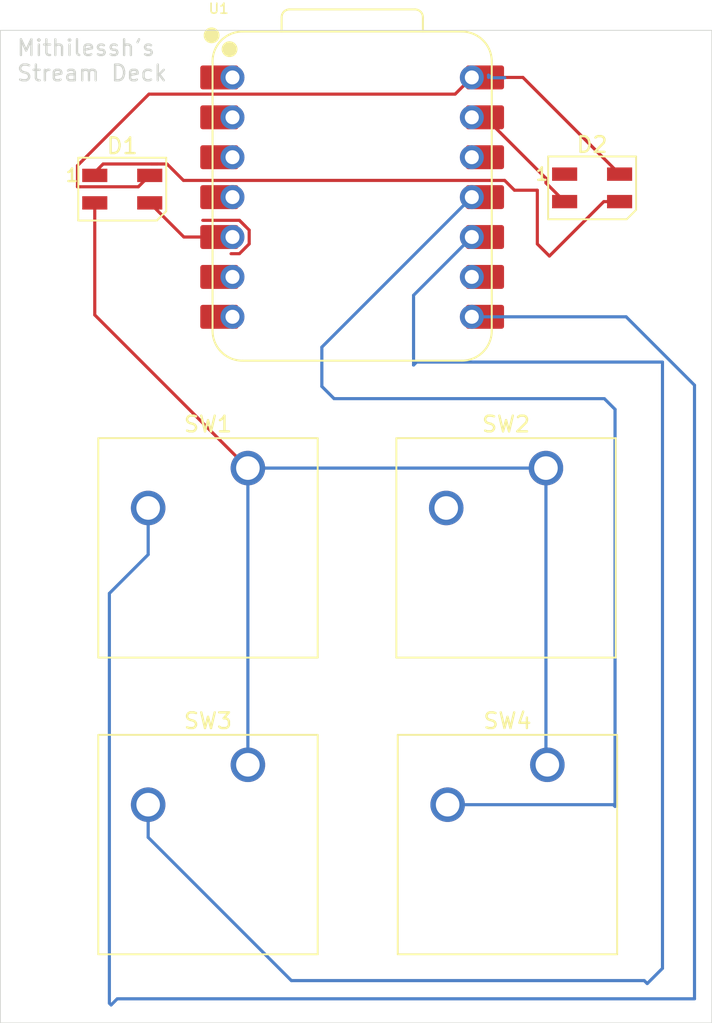
<source format=kicad_pcb>
(kicad_pcb (version 20241229) (generator "pcbnew") (generator_version "9.0")
  (layers (0 "F.Cu" signal) (2 "B.Cu" signal) (13 "F.Paste" user) (15 "B.Paste" user) (5 "F.SilkS" user "F.Silkscreen") (7 "B.SilkS" user "B.Silkscreen") (1 "F.Mask" user) (3 "B.Mask" user) (25 "Edge.Cuts" user))
  (net 0 "")
  (net 1 "Net-(D1-DIN)")
  (net 2 "GND")
  (net 3 "+5V")
  (net 4 "Net-(D1-DOUT)")
  (net 5 "unconnected-(D2-DOUT-Pad1)")
  (net 6 "Net-(U1-GPIO1{slash}RX)")
  (net 7 "Net-(U1-GPIO2{slash}SCK)")
  (net 8 "Net-(U1-GPIO4{slash}MISO)")
  (net 9 "Net-(U1-GPIO3{slash}MOSI)")
  (footprint "LED_SMD:LED_SK6812MINI_PLCC4_3.5x3.5mm_P1.75mm" (layer "F.Cu") (at 181.05 96.1)
    (property "Reference" "D2" (at 0 -2.75 0) (layer "F.SilkS"))
    (property "Value" "SK6812MINI")
    (fp_line (start -2.8 -2) (end -2.8 2) (stroke (width 0.12)) (layer "F.SilkS"))
    (fp_line (start -2.8 -2) (end 2.8 -2) (stroke (width 0.12)) (layer "F.SilkS"))
    (fp_line (start -2.8 2) (end 2.2 2) (stroke (width 0.12)) (layer "F.SilkS"))
    (fp_line (start 2.8 1.4) (end 2.2 2) (stroke (width 0.12)) (layer "F.SilkS"))
    (fp_line (start 2.8 1.4) (end 2.8 -2) (stroke (width 0.12)) (layer "F.SilkS"))
    (fp_text user "1" (at -3.2 -0.875 0) (layer "F.SilkS") (effects (font (size 0.8 0.8))))
    (pad "1" smd rect (at -1.75 -0.875) (size 1.6 0.85) (layers "F.Cu" "F.Mask" "F.Paste") (net 5 "unconnected-(D2-DOUT-Pad1)"))
    (pad "2" smd rect (at -1.75 0.875) (size 1.6 0.85) (layers "F.Cu" "F.Mask" "F.Paste") (net 2 "GND"))
    (pad "3" smd rect (at 1.75 0.875) (size 1.6 0.85) (layers "F.Cu" "F.Mask" "F.Paste") (net 4 "Net-(D1-DOUT)"))
    (pad "4" smd rect (at 1.75 -0.875) (size 1.6 0.85) (layers "F.Cu" "F.Mask" "F.Paste") (net 3 "+5V"))
  )
  (footprint "Button_Switch_Keyboard:SW_Cherry_MX_1.00u_PCB" (layer "F.Cu") (at 159.13 132.83)
    (property "Reference" "SW3" (at -2.54 -2.794 0) (layer "F.SilkS"))
    (property "Value" "SW_Push")
    (fp_line (start -9.525 -1.905) (end 4.445 -1.905) (stroke (width 0.12)) (layer "F.SilkS"))
    (fp_line (start -9.525 12.065) (end -9.525 -1.905) (stroke (width 0.12)) (layer "F.SilkS"))
    (fp_line (start 4.445 -1.905) (end 4.445 12.065) (stroke (width 0.12)) (layer "F.SilkS"))
    (fp_line (start 4.445 12.065) (end -9.525 12.065) (stroke (width 0.12)) (layer "F.SilkS"))
    (pad "" np_thru_hole circle (at -7.62 5.08) (size 1.7 1.7) (drill 1.7) (layers "*.Cu" "*.Mask"))
    (pad "" np_thru_hole circle (at -2.54 5.08) (size 4 4) (drill 4) (layers "*.Cu" "*.Mask"))
    (pad "" np_thru_hole circle (at 2.54 5.08) (size 1.7 1.7) (drill 1.7) (layers "*.Cu" "*.Mask"))
    (pad "1" thru_hole circle (at 0 0) (size 2.2 2.2) (drill 1.5) (layers "*.Cu" "*.Mask") (net 2 "GND"))
    (pad "2" thru_hole circle (at -6.35 2.54) (size 2.2 2.2) (drill 1.5) (layers "*.Cu" "*.Mask") (net 8 "Net-(U1-GPIO4{slash}MISO)"))
  )
  (footprint "Button_Switch_Keyboard:SW_Cherry_MX_1.00u_PCB" (layer "F.Cu") (at 178.2 132.83)
    (property "Reference" "SW4" (at -2.54 -2.794 0) (layer "F.SilkS"))
    (property "Value" "SW_Push")
    (fp_line (start -9.525 -1.905) (end 4.445 -1.905) (stroke (width 0.12)) (layer "F.SilkS"))
    (fp_line (start -9.525 12.065) (end -9.525 -1.905) (stroke (width 0.12)) (layer "F.SilkS"))
    (fp_line (start 4.445 -1.905) (end 4.445 12.065) (stroke (width 0.12)) (layer "F.SilkS"))
    (fp_line (start 4.445 12.065) (end -9.525 12.065) (stroke (width 0.12)) (layer "F.SilkS"))
    (pad "" np_thru_hole circle (at -7.62 5.08) (size 1.7 1.7) (drill 1.7) (layers "*.Cu" "*.Mask"))
    (pad "" np_thru_hole circle (at -2.54 5.08) (size 4 4) (drill 4) (layers "*.Cu" "*.Mask"))
    (pad "" np_thru_hole circle (at 2.54 5.08) (size 1.7 1.7) (drill 1.7) (layers "*.Cu" "*.Mask"))
    (pad "1" thru_hole circle (at 0 0) (size 2.2 2.2) (drill 1.5) (layers "*.Cu" "*.Mask") (net 2 "GND"))
    (pad "2" thru_hole circle (at -6.35 2.54) (size 2.2 2.2) (drill 1.5) (layers "*.Cu" "*.Mask") (net 9 "Net-(U1-GPIO3{slash}MOSI)"))
  )
  (footprint "LED_SMD:LED_SK6812MINI_PLCC4_3.5x3.5mm_P1.75mm" (layer "F.Cu") (at 151.13 96.18)
    (property "Reference" "D1" (at 0 -2.75 0) (layer "F.SilkS"))
    (property "Value" "SK6812MINI")
    (fp_line (start -2.8 -2) (end -2.8 2) (stroke (width 0.12)) (layer "F.SilkS"))
    (fp_line (start -2.8 -2) (end 2.8 -2) (stroke (width 0.12)) (layer "F.SilkS"))
    (fp_line (start -2.8 2) (end 2.2 2) (stroke (width 0.12)) (layer "F.SilkS"))
    (fp_line (start 2.8 1.4) (end 2.2 2) (stroke (width 0.12)) (layer "F.SilkS"))
    (fp_line (start 2.8 1.4) (end 2.8 -2) (stroke (width 0.12)) (layer "F.SilkS"))
    (fp_text user "1" (at -3.2 -0.875 0) (layer "F.SilkS") (effects (font (size 0.8 0.8))))
    (pad "1" smd rect (at -1.75 -0.875) (size 1.6 0.85) (layers "F.Cu" "F.Mask" "F.Paste") (net 4 "Net-(D1-DOUT)"))
    (pad "2" smd rect (at -1.75 0.875) (size 1.6 0.85) (layers "F.Cu" "F.Mask" "F.Paste") (net 2 "GND"))
    (pad "3" smd rect (at 1.75 0.875) (size 1.6 0.85) (layers "F.Cu" "F.Mask" "F.Paste") (net 1 "Net-(D1-DIN)"))
    (pad "4" smd rect (at 1.75 -0.875) (size 1.6 0.85) (layers "F.Cu" "F.Mask" "F.Paste") (net 3 "+5V"))
  )
  (footprint "Button_Switch_Keyboard:SW_Cherry_MX_1.00u_PCB" (layer "F.Cu") (at 159.13 113.94)
    (property "Reference" "SW1" (at -2.54 -2.794 0) (layer "F.SilkS"))
    (property "Value" "SW_Push")
    (fp_line (start -9.525 -1.905) (end 4.445 -1.905) (stroke (width 0.12)) (layer "F.SilkS"))
    (fp_line (start -9.525 12.065) (end -9.525 -1.905) (stroke (width 0.12)) (layer "F.SilkS"))
    (fp_line (start 4.445 -1.905) (end 4.445 12.065) (stroke (width 0.12)) (layer "F.SilkS"))
    (fp_line (start 4.445 12.065) (end -9.525 12.065) (stroke (width 0.12)) (layer "F.SilkS"))
    (pad "" np_thru_hole circle (at -7.62 5.08) (size 1.7 1.7) (drill 1.7) (layers "*.Cu" "*.Mask"))
    (pad "" np_thru_hole circle (at -2.54 5.08) (size 4 4) (drill 4) (layers "*.Cu" "*.Mask"))
    (pad "" np_thru_hole circle (at 2.54 5.08) (size 1.7 1.7) (drill 1.7) (layers "*.Cu" "*.Mask"))
    (pad "1" thru_hole circle (at 0 0) (size 2.2 2.2) (drill 1.5) (layers "*.Cu" "*.Mask") (net 2 "GND"))
    (pad "2" thru_hole circle (at -6.35 2.54) (size 2.2 2.2) (drill 1.5) (layers "*.Cu" "*.Mask") (net 6 "Net-(U1-GPIO1{slash}RX)"))
  )
  (footprint "Button_Switch_Keyboard:SW_Cherry_MX_1.00u_PCB" (layer "F.Cu") (at 178.11 113.94)
    (property "Reference" "SW2" (at -2.54 -2.794 0) (layer "F.SilkS"))
    (property "Value" "SW_Push")
    (fp_line (start -9.525 -1.905) (end 4.445 -1.905) (stroke (width 0.12)) (layer "F.SilkS"))
    (fp_line (start -9.525 12.065) (end -9.525 -1.905) (stroke (width 0.12)) (layer "F.SilkS"))
    (fp_line (start 4.445 -1.905) (end 4.445 12.065) (stroke (width 0.12)) (layer "F.SilkS"))
    (fp_line (start 4.445 12.065) (end -9.525 12.065) (stroke (width 0.12)) (layer "F.SilkS"))
    (pad "" np_thru_hole circle (at -7.62 5.08) (size 1.7 1.7) (drill 1.7) (layers "*.Cu" "*.Mask"))
    (pad "" np_thru_hole circle (at -2.54 5.08) (size 4 4) (drill 4) (layers "*.Cu" "*.Mask"))
    (pad "" np_thru_hole circle (at 2.54 5.08) (size 1.7 1.7) (drill 1.7) (layers "*.Cu" "*.Mask"))
    (pad "1" thru_hole circle (at 0 0) (size 2.2 2.2) (drill 1.5) (layers "*.Cu" "*.Mask") (net 2 "GND"))
    (pad "2" thru_hole circle (at -6.35 2.54) (size 2.2 2.2) (drill 1.5) (layers "*.Cu" "*.Mask") (net 7 "Net-(U1-GPIO2{slash}SCK)"))
  )
  (footprint "Seeed Studio XIAO Series Library:XIAO-RP2040-DIP" (layer "F.Cu") (at 165.77 96.6885)
    (property "Reference" "U1" (at -8.5 -12 0) (layer "F.SilkS") (effects (font (size 0.635 0.635) (thickness 0.1016))))
    (property "Value" "XIAO-RP2040-DIP")
    (fp_line (start -8.89 8.509) (end -8.89 -8.636) (stroke (width 0.127)) (layer "F.SilkS"))
    (fp_line (start -6.985 10.414) (end 6.985 10.414) (stroke (width 0.127)) (layer "F.SilkS"))
    (fp_line (start -4.495 -10.541) (end -4.491272 -11.451272) (stroke (width 0.127)) (layer "F.SilkS"))
    (fp_line (start -3.991272 -11.951) (end 4.004 -11.951) (stroke (width 0.127)) (layer "F.SilkS"))
    (fp_line (start 4.504 -11.451) (end 4.504 -10.541) (stroke (width 0.127)) (layer "F.SilkS"))
    (fp_line (start 6.985 -10.541) (end -6.985 -10.541) (stroke (width 0.1)) (layer "F.SilkS"))
    (fp_line (start 6.985 -10.541) (end -6.985 -10.541) (stroke (width 0.127)) (layer "F.SilkS"))
    (fp_line (start 8.89 8.509) (end 8.89 -8.636) (stroke (width 0.127)) (layer "F.SilkS"))
    (fp_arc (start -8.89 -8.636) (mid -8.332038 -9.983038) (end -6.985 -10.541) (stroke (width 0.127)) (layer "F.SilkS"))
    (fp_arc (start -6.985 10.414) (mid -8.332038 9.856038) (end -8.89 8.509) (stroke (width 0.127)) (layer "F.SilkS"))
    (fp_arc (start -4.491272 -11.451272) (mid -4.344728 -11.80464) (end -3.991272 -11.951) (stroke (width 0.127)) (layer "F.SilkS"))
    (fp_arc (start 4.004 -11.951) (mid 4.357553 -11.804553) (end 4.504 -11.451) (stroke (width 0.127)) (layer "F.SilkS"))
    (fp_arc (start 6.985 -10.541) (mid 8.332038 -9.983038) (end 8.89 -8.636) (stroke (width 0.127)) (layer "F.SilkS"))
    (fp_arc (start 8.89 8.509) (mid 8.332038 9.856038) (end 6.985 10.414) (stroke (width 0.127)) (layer "F.SilkS"))
    (fp_circle (center -8.95 -10.3) (end -8.95 -10.554) (stroke (width 0.5)) (fill yes) (layer "F.SilkS"))
    (fp_circle (center -7.807 -9.42) (end -7.807 -9.674) (stroke (width 0.5)) (fill yes) (layer "F.SilkS"))
    (pad "1" smd roundrect (at -8.455 -7.62 180) (size 2.432 1.524) (layers "F.Cu" "F.Mask") (roundrect_rratio 0.1))
    (pad "1" thru_hole circle (at -7.62 -7.62 180) (size 1.524 1.524) (drill 0.889) (layers "*.Cu" "*.Mask"))
    (pad "2" smd roundrect (at -8.455 -5.08 180) (size 2.432 1.524) (layers "F.Cu" "F.Mask") (roundrect_rratio 0.1))
    (pad "2" thru_hole circle (at -7.62 -5.08 180) (size 1.524 1.524) (drill 0.889) (layers "*.Cu" "*.Mask"))
    (pad "3" smd roundrect (at -8.455 -2.54 180) (size 2.432 1.524) (layers "F.Cu" "F.Mask") (roundrect_rratio 0.1))
    (pad "3" thru_hole circle (at -7.62 -2.54 180) (size 1.524 1.524) (drill 0.889) (layers "*.Cu" "*.Mask"))
    (pad "4" smd roundrect (at -8.455 0 180) (size 2.432 1.524) (layers "F.Cu" "F.Mask") (roundrect_rratio 0.1))
    (pad "4" thru_hole circle (at -7.62 0 180) (size 1.524 1.524) (drill 0.889) (layers "*.Cu" "*.Mask"))
    (pad "5" smd roundrect (at -8.455 2.54 180) (size 2.432 1.524) (layers "F.Cu" "F.Mask") (roundrect_rratio 0.1) (net 1 "Net-(D1-DIN)"))
    (pad "5" thru_hole circle (at -7.62 2.54 180) (size 1.524 1.524) (drill 0.889) (layers "*.Cu" "*.Mask") (net 1 "Net-(D1-DIN)"))
    (pad "6" smd roundrect (at -8.455 5.08 180) (size 2.432 1.524) (layers "F.Cu" "F.Mask") (roundrect_rratio 0.1))
    (pad "6" thru_hole circle (at -7.62 5.08 180) (size 1.524 1.524) (drill 0.889) (layers "*.Cu" "*.Mask"))
    (pad "7" smd roundrect (at -8.455 7.62 180) (size 2.432 1.524) (layers "F.Cu" "F.Mask") (roundrect_rratio 0.1))
    (pad "7" thru_hole circle (at -7.62 7.62 180) (size 1.524 1.524) (drill 0.889) (layers "*.Cu" "*.Mask"))
    (pad "8" thru_hole circle (at 7.62 7.62) (size 1.524 1.524) (drill 0.889) (layers "*.Cu" "*.Mask") (net 6 "Net-(U1-GPIO1{slash}RX)"))
    (pad "8" smd roundrect (at 8.455 7.62) (size 2.432 1.524) (layers "F.Cu" "F.Mask") (roundrect_rratio 0.1) (net 6 "Net-(U1-GPIO1{slash}RX)"))
    (pad "9" thru_hole circle (at 7.62 5.08) (size 1.524 1.524) (drill 0.889) (layers "*.Cu" "*.Mask") (net 7 "Net-(U1-GPIO2{slash}SCK)"))
    (pad "9" smd roundrect (at 8.455 5.08) (size 2.432 1.524) (layers "F.Cu" "F.Mask") (roundrect_rratio 0.1) (net 7 "Net-(U1-GPIO2{slash}SCK)"))
    (pad "10" thru_hole circle (at 7.62 2.54) (size 1.524 1.524) (drill 0.889) (layers "*.Cu" "*.Mask") (net 8 "Net-(U1-GPIO4{slash}MISO)"))
    (pad "10" smd roundrect (at 8.455 2.54) (size 2.432 1.524) (layers "F.Cu" "F.Mask") (roundrect_rratio 0.1) (net 8 "Net-(U1-GPIO4{slash}MISO)"))
    (pad "11" thru_hole circle (at 7.62 0) (size 1.524 1.524) (drill 0.889) (layers "*.Cu" "*.Mask") (net 9 "Net-(U1-GPIO3{slash}MOSI)"))
    (pad "11" smd roundrect (at 8.455 0) (size 2.432 1.524) (layers "F.Cu" "F.Mask") (roundrect_rratio 0.1) (net 9 "Net-(U1-GPIO3{slash}MOSI)"))
    (pad "12" thru_hole circle (at 7.62 -2.54) (size 1.524 1.524) (drill 0.889) (layers "*.Cu" "*.Mask"))
    (pad "12" smd roundrect (at 8.455 -2.54) (size 2.432 1.524) (layers "F.Cu" "F.Mask") (roundrect_rratio 0.1))
    (pad "13" thru_hole circle (at 7.62 -5.08) (size 1.524 1.524) (drill 0.889) (layers "*.Cu" "*.Mask") (net 2 "GND"))
    (pad "13" smd roundrect (at 8.455 -5.08) (size 2.432 1.524) (layers "F.Cu" "F.Mask") (roundrect_rratio 0.1) (net 2 "GND"))
    (pad "14" thru_hole circle (at 7.62 -7.62) (size 1.524 1.524) (drill 0.889) (layers "*.Cu" "*.Mask") (net 3 "+5V"))
    (pad "14" smd roundrect (at 8.455 -7.62) (size 2.432 1.524) (layers "F.Cu" "F.Mask") (roundrect_rratio 0.1) (net 3 "+5V"))
  )
  (gr_rect (start 143.37 86.07) (end 188.67 149.26) (stroke (width 0.05)) (fill no) (layer "Edge.Cuts"))
  (gr_text "Mithilessh's\nStream Deck" (at 144.34 89.38 0) (layer "Edge.Cuts") (effects (font (size 1 1)) (justify left bottom)))
  (segment (start 174.62 89.09) (end 174.453 88.923) (width 0.2) (layer "B.Cu") (net 0))
  (segment (start 175.49 89.09) (end 174.62 89.09) (width 0.2) (layer "B.Cu") (net 0))
  (segment (start 174.453 88.923) (end 174.453 89.0685) (width 0.2) (layer "B.Cu") (net 0))
  (segment (start 152.88 97.055) (end 155.0535 99.2285) (width 0.2) (layer "F.Cu") (net 1))
  (segment (start 155.0535 99.2285) (end 158.15 99.2285) (width 0.2) (layer "F.Cu") (net 1))
  (segment (start 179.3 96.975) (end 178.11 95.785) (width 0.2) (layer "F.Cu") (net 2))
  (segment (start 178.11 95.785) (end 178.11 95.4935) (width 0.2) (layer "F.Cu") (net 2))
  (segment (start 178.11 95.4935) (end 174.225 91.6085) (width 0.2) (layer "F.Cu") (net 2))
  (segment (start 149.38 104.19) (end 159.13 113.94) (width 0.2) (layer "F.Cu") (net 2))
  (segment (start 149.38 97.055) (end 149.38 104.19) (width 0.2) (layer "F.Cu") (net 2))
  (segment (start 178.11 113.94) (end 178.11 132.74) (width 0.2) (layer "B.Cu") (net 2))
  (segment (start 178.11 132.74) (end 178.2 132.83) (width 0.2) (layer "B.Cu") (net 2))
  (segment (start 159.13 113.94) (end 178.11 113.94) (width 0.2) (layer "B.Cu") (net 2))
  (segment (start 159.13 113.94) (end 159.13 132.83) (width 0.2) (layer "B.Cu") (net 2))
  (segment (start 152.88 95.305) (end 152.154 96.031) (width 0.2) (layer "F.Cu") (net 3))
  (segment (start 152.8285 90.1315) (end 172.327 90.1315) (width 0.2) (layer "F.Cu") (net 3))
  (segment (start 172.327 90.1315) (end 173.39 89.0685) (width 0.2) (layer "F.Cu") (net 3))
  (segment (start 148.279 96.031) (end 148.279 94.681) (width 0.2) (layer "F.Cu") (net 3))
  (segment (start 182.8 95.225) (end 176.6435 89.0685) (width 0.2) (layer "F.Cu") (net 3))
  (segment (start 176.6435 89.0685) (end 173.39 89.0685) (width 0.2) (layer "F.Cu") (net 3))
  (segment (start 152.154 96.031) (end 148.279 96.031) (width 0.2) (layer "F.Cu") (net 3))
  (segment (start 148.279 94.681) (end 152.8285 90.1315) (width 0.2) (layer "F.Cu") (net 3))
  (segment (start 177.56 99.67) (end 178.33 100.44) (width 0.2) (layer "F.Cu") (net 4))
  (segment (start 149.275 95.305) (end 149.23 95.26) (width 0.2) (layer "F.Cu") (net 4))
  (segment (start 177.56 96.249) (end 177.56 99.67) (width 0.2) (layer "F.Cu") (net 4))
  (segment (start 149.38 95.305) (end 149.275 95.305) (width 0.2) (layer "F.Cu") (net 4))
  (segment (start 178.33 100.44) (end 181.795 96.975) (width 0.2) (layer "F.Cu") (net 4))
  (segment (start 181.795 96.975) (end 182.8 96.975) (width 0.2) (layer "F.Cu") (net 4))
  (segment (start 149.911 94.579) (end 153.38 94.579) (width 0.2) (layer "F.Cu") (net 4))
  (segment (start 153.38 94.579) (end 153.981 94.579) (width 0.2) (layer "F.Cu") (net 4))
  (segment (start 149.23 95.26) (end 149.911 94.579) (width 0.2) (layer "F.Cu") (net 4))
  (segment (start 176.104126 96.249) (end 177.56 96.249) (width 0.2) (layer "F.Cu") (net 4))
  (segment (start 155.0275 95.6255) (end 175.480626 95.6255) (width 0.2) (layer "F.Cu") (net 4))
  (segment (start 153.981 94.579) (end 155.0275 95.6255) (width 0.2) (layer "F.Cu") (net 4))
  (segment (start 175.480626 95.6255) (end 176.104126 96.249) (width 0.2) (layer "F.Cu") (net 4))
  (segment (start 153.38 94.579) (end 152.95 94.579) (width 0.2) (layer "F.Cu") (net 4))
  (segment (start 158.59031 100.2915) (end 158.990905 99.890905) (width 0.2) (layer "F.Cu") (net 5))
  (segment (start 158.59031 98.1655) (end 158.962405 98.537595) (width 0.2) (layer "F.Cu") (net 5))
  (segment (start 158.06 100.2915) (end 158.59031 100.2915) (width 0.2) (layer "F.Cu") (net 5))
  (segment (start 159.213 98.78819) (end 158.59031 98.1655) (width 0.2) (layer "F.Cu") (net 5))
  (segment (start 159.213 99.66881) (end 159.213 98.78819) (width 0.2) (layer "F.Cu") (net 5))
  (segment (start 158.59031 98.1655) (end 156.26 98.1655) (width 0.2) (layer "F.Cu") (net 5))
  (segment (start 158.990905 99.890905) (end 159.213 99.66881) (width 0.2) (layer "F.Cu") (net 5))
  (segment (start 187.57 108.6629) (end 183.2156 104.3085) (width 0.2) (layer "B.Cu") (net 6))
  (segment (start 150.42 148.12) (end 150.81 147.73) (width 0.2) (layer "B.Cu") (net 6))
  (segment (start 152.78 116.48) (end 152.78 119.44847) (width 0.2) (layer "B.Cu") (net 6))
  (segment (start 187.57 147.73) (end 187.57 108.6629) (width 0.2) (layer "B.Cu") (net 6))
  (segment (start 152.78 119.44847) (end 150.309 121.91947) (width 0.2) (layer "B.Cu") (net 6))
  (segment (start 150.309 121.91947) (end 150.309 148.009) (width 0.2) (layer "B.Cu") (net 6))
  (segment (start 150.309 148.009) (end 150.42 148.12) (width 0.2) (layer "B.Cu") (net 6))
  (segment (start 150.81 147.73) (end 187.57 147.73) (width 0.2) (layer "B.Cu") (net 6))
  (segment (start 183.2156 104.3085) (end 173.39 104.3085) (width 0.2) (layer "B.Cu") (net 6))
  (segment (start 169.87 107.19) (end 169.68 107.38) (width 0.2) (layer "B.Cu") (net 8))
  (segment (start 169.68 107.38) (end 169.68 102.9385) (width 0.2) (layer "B.Cu") (net 8))
  (segment (start 152.78 137.45) (end 161.9 146.57) (width 0.2) (layer "B.Cu") (net 8))
  (segment (start 185.53 107.19) (end 169.87 107.19) (width 0.2) (layer "B.Cu") (net 8))
  (segment (start 184.37 146.57) (end 184.56 146.76) (width 0.2) (layer "B.Cu") (net 8))
  (segment (start 152.78 135.37) (end 152.78 137.45) (width 0.2) (layer "B.Cu") (net 8))
  (segment (start 185.53 145.79) (end 185.53 107.19) (width 0.2) (layer "B.Cu") (net 8))
  (segment (start 161.9 146.57) (end 184.37 146.57) (width 0.2) (layer "B.Cu") (net 8))
  (segment (start 184.56 146.76) (end 185.53 145.79) (width 0.2) (layer "B.Cu") (net 8))
  (segment (start 169.68 102.9385) (end 173.39 99.2285) (width 0.2) (layer "B.Cu") (net 8))
  (segment (start 163.84 106.2385) (end 173.39 96.6885) (width 0.2) (layer "B.Cu") (net 9))
  (segment (start 164.62 109.52) (end 163.84 108.74) (width 0.2) (layer "B.Cu") (net 9))
  (segment (start 182.51 110.2) (end 181.83 109.52) (width 0.2) (layer "B.Cu") (net 9))
  (segment (start 182.51 135.48) (end 182.51 110.2) (width 0.2) (layer "B.Cu") (net 9))
  (segment (start 182.4 135.37) (end 182.51 135.48) (width 0.2) (layer "B.Cu") (net 9))
  (segment (start 171.85 135.37) (end 182.4 135.37) (width 0.2) (layer "B.Cu") (net 9))
  (segment (start 163.84 108.74) (end 163.84 106.2385) (width 0.2) (layer "B.Cu") (net 9))
  (segment (start 181.83 109.52) (end 164.62 109.52) (width 0.2) (layer "B.Cu") (net 9))
)
</source>
